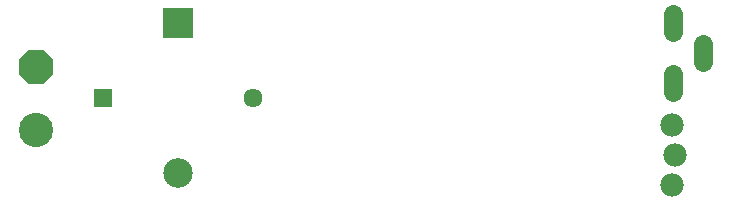
<source format=gbs>
G75*
%MOIN*%
%OFA0B0*%
%FSLAX25Y25*%
%IPPOS*%
%LPD*%
%AMOC8*
5,1,8,0,0,1.08239X$1,22.5*
%
%ADD10C,0.06400*%
%ADD11R,0.06337X0.06337*%
%ADD12C,0.06337*%
%ADD13R,0.09849X0.09849*%
%ADD14C,0.09849*%
%ADD15OC8,0.11400*%
%ADD16C,0.11400*%
%ADD17C,0.07800*%
D10*
X0253300Y0043600D02*
X0253300Y0049600D01*
X0263300Y0053600D02*
X0263300Y0059600D01*
X0253300Y0063600D02*
X0253300Y0069600D01*
D11*
X0063300Y0041600D03*
D12*
X0113300Y0041600D03*
D13*
X0088300Y0066600D03*
D14*
X0088300Y0016600D03*
D15*
X0040800Y0052100D03*
D16*
X0040800Y0031100D03*
D17*
X0252800Y0032850D03*
X0253800Y0022850D03*
X0252800Y0012850D03*
M02*

</source>
